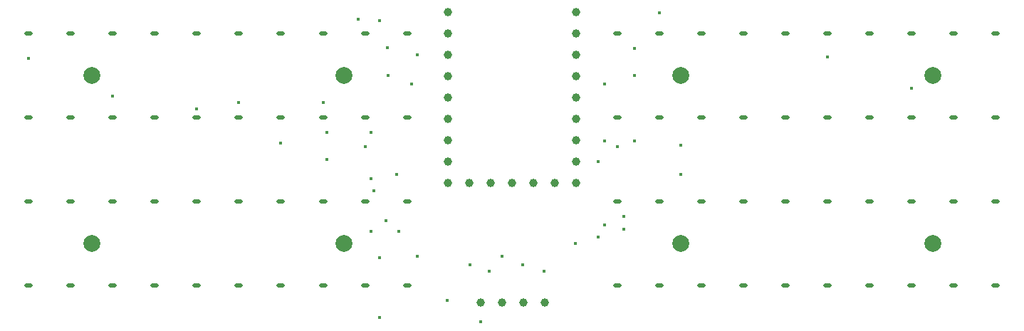
<source format=gbr>
%TF.GenerationSoftware,KiCad,Pcbnew,7.0.8*%
%TF.CreationDate,2023-11-24T20:45:17-06:00*%
%TF.ProjectId,buinchiez40,6275696e-6368-4696-957a-34302e6b6963,rev?*%
%TF.SameCoordinates,Original*%
%TF.FileFunction,Plated,1,2,PTH,Mixed*%
%TF.FilePolarity,Positive*%
%FSLAX46Y46*%
G04 Gerber Fmt 4.6, Leading zero omitted, Abs format (unit mm)*
G04 Created by KiCad (PCBNEW 7.0.8) date 2023-11-24 20:45:17*
%MOMM*%
%LPD*%
G01*
G04 APERTURE LIST*
%TA.AperFunction,ViaDrill*%
%ADD10C,0.400000*%
%TD*%
G04 aperture for slot hole*
%TA.AperFunction,ComponentDrill*%
%ADD11O,1.000000X0.500000*%
%TD*%
%TA.AperFunction,ComponentDrill*%
%ADD12C,1.000000*%
%TD*%
%TA.AperFunction,ComponentDrill*%
%ADD13C,2.000000*%
%TD*%
G04 APERTURE END LIST*
D10*
X87500000Y-63000000D03*
X97500000Y-67474616D03*
X107500000Y-69000000D03*
X112500000Y-68250000D03*
X117500000Y-73000000D03*
X122500000Y-68250000D03*
X123000000Y-71750000D03*
X123000000Y-75000000D03*
X126666616Y-58333310D03*
X127500000Y-73449500D03*
X128250000Y-71750000D03*
X128250000Y-77250000D03*
X128250000Y-83500000D03*
X128525500Y-78699500D03*
X129250000Y-58500000D03*
X129250000Y-86666632D03*
X129250000Y-93750000D03*
X130012299Y-82237701D03*
X130200000Y-61700000D03*
X130209620Y-65000000D03*
X131250000Y-76750000D03*
X131500000Y-83500000D03*
X133000000Y-66000000D03*
X133750000Y-62500000D03*
X133750000Y-86500000D03*
X137250000Y-91750000D03*
X140000000Y-87500000D03*
X141250000Y-94250000D03*
X142250000Y-88250000D03*
X143750000Y-86500000D03*
X146250000Y-87500000D03*
X148750000Y-88250000D03*
X152500000Y-85000000D03*
X155250000Y-75250000D03*
X155250000Y-84250000D03*
X156000000Y-66000000D03*
X156000000Y-72750000D03*
X156000000Y-82750000D03*
X157500000Y-73500000D03*
X158250000Y-81750000D03*
X158250000Y-83250000D03*
X159500000Y-61750000D03*
X159500000Y-65000000D03*
X159500000Y-72750000D03*
X162500000Y-57500000D03*
X165000000Y-73250000D03*
X165000000Y-76750000D03*
X182500000Y-62750000D03*
X192500000Y-66550500D03*
D11*
%TO.C,SW1*%
X87500000Y-60000000D03*
%TO.C,SW11*%
X87500000Y-70000000D03*
%TO.C,SW21*%
X87500000Y-80000000D03*
%TO.C,SW31*%
X87500000Y-90000000D03*
%TO.C,SW1*%
X92500000Y-60000000D03*
%TO.C,SW11*%
X92500000Y-70000000D03*
%TO.C,SW21*%
X92500000Y-80000000D03*
%TO.C,SW31*%
X92500000Y-90000000D03*
%TO.C,SW2*%
X97500000Y-60000000D03*
%TO.C,SW12*%
X97500000Y-70000000D03*
%TO.C,SW22*%
X97500000Y-80000000D03*
%TO.C,SW32*%
X97500000Y-90000000D03*
%TO.C,SW2*%
X102500000Y-60000000D03*
%TO.C,SW12*%
X102500000Y-70000000D03*
%TO.C,SW22*%
X102500000Y-80000000D03*
%TO.C,SW32*%
X102500000Y-90000000D03*
%TO.C,SW3*%
X107500000Y-60000000D03*
%TO.C,SW13*%
X107500000Y-70000000D03*
%TO.C,SW23*%
X107500000Y-80000000D03*
%TO.C,SW33*%
X107500000Y-90000000D03*
%TO.C,SW3*%
X112500000Y-60000000D03*
%TO.C,SW13*%
X112500000Y-70000000D03*
%TO.C,SW23*%
X112500000Y-80000000D03*
%TO.C,SW33*%
X112500000Y-90000000D03*
%TO.C,SW4*%
X117500000Y-60000000D03*
%TO.C,SW14*%
X117500000Y-70000000D03*
%TO.C,SW24*%
X117500000Y-80000000D03*
%TO.C,SW34*%
X117500000Y-90000000D03*
%TO.C,SW4*%
X122500000Y-60000000D03*
%TO.C,SW14*%
X122500000Y-70000000D03*
%TO.C,SW24*%
X122500000Y-80000000D03*
%TO.C,SW34*%
X122500000Y-90000000D03*
%TO.C,SW5*%
X127500000Y-60000000D03*
%TO.C,SW15*%
X127500000Y-70000000D03*
%TO.C,SW25*%
X127500000Y-80000000D03*
%TO.C,SW35*%
X127500000Y-90000000D03*
%TO.C,SW5*%
X132500000Y-60000000D03*
%TO.C,SW15*%
X132500000Y-70000000D03*
%TO.C,SW25*%
X132500000Y-80000000D03*
%TO.C,SW35*%
X132500000Y-90000000D03*
%TO.C,SW6*%
X157500000Y-60000000D03*
%TO.C,SW16*%
X157500000Y-70000000D03*
%TO.C,SW26*%
X157500000Y-80000000D03*
%TO.C,SW36*%
X157500000Y-90000000D03*
%TO.C,SW6*%
X162500000Y-60000000D03*
%TO.C,SW16*%
X162500000Y-70000000D03*
%TO.C,SW26*%
X162500000Y-80000000D03*
%TO.C,SW36*%
X162500000Y-90000000D03*
%TO.C,SW7*%
X167500000Y-60000000D03*
%TO.C,SW17*%
X167500000Y-70000000D03*
%TO.C,SW27*%
X167500000Y-80000000D03*
%TO.C,SW37*%
X167500000Y-90000000D03*
%TO.C,SW7*%
X172500000Y-60000000D03*
%TO.C,SW17*%
X172500000Y-70000000D03*
%TO.C,SW27*%
X172500000Y-80000000D03*
%TO.C,SW37*%
X172500000Y-90000000D03*
%TO.C,SW8*%
X177500000Y-60000000D03*
%TO.C,SW18*%
X177500000Y-70000000D03*
%TO.C,SW28*%
X177500000Y-80000000D03*
%TO.C,SW38*%
X177500000Y-90000000D03*
%TO.C,SW8*%
X182500000Y-60000000D03*
%TO.C,SW18*%
X182500000Y-70000000D03*
%TO.C,SW28*%
X182500000Y-80000000D03*
%TO.C,SW38*%
X182500000Y-90000000D03*
%TO.C,SW9*%
X187500000Y-60000000D03*
%TO.C,SW19*%
X187500000Y-70000000D03*
%TO.C,SW29*%
X187500000Y-80000000D03*
%TO.C,SW39*%
X187500000Y-90000000D03*
%TO.C,SW9*%
X192500000Y-60000000D03*
%TO.C,SW19*%
X192500000Y-70000000D03*
%TO.C,SW29*%
X192500000Y-80000000D03*
%TO.C,SW39*%
X192500000Y-90000000D03*
%TO.C,SW10*%
X197500000Y-60000000D03*
%TO.C,SW20*%
X197500000Y-70000000D03*
%TO.C,SW30*%
X197500000Y-80000000D03*
%TO.C,SW40*%
X197500000Y-90000000D03*
%TO.C,SW10*%
X202500000Y-60000000D03*
%TO.C,SW20*%
X202500000Y-70000000D03*
%TO.C,SW30*%
X202500000Y-80000000D03*
%TO.C,SW40*%
X202500000Y-90000000D03*
D12*
%TO.C,U1*%
X137380000Y-57460000D03*
X137380000Y-60000000D03*
X137380000Y-62540000D03*
X137380000Y-65080000D03*
X137380000Y-67620000D03*
X137380000Y-70160000D03*
X137380000Y-72700000D03*
X137380000Y-75240000D03*
X137380000Y-77780000D03*
X139920000Y-77780000D03*
%TO.C,J1*%
X141210000Y-92000000D03*
%TO.C,U1*%
X142460000Y-77780000D03*
%TO.C,J1*%
X143750000Y-92000000D03*
%TO.C,U1*%
X145000000Y-77780000D03*
%TO.C,J1*%
X146290000Y-92000000D03*
%TO.C,U1*%
X147540000Y-77780000D03*
%TO.C,J1*%
X148830000Y-92000000D03*
%TO.C,U1*%
X150080000Y-77780000D03*
X152620000Y-57460000D03*
X152620000Y-60000000D03*
X152620000Y-62540000D03*
X152620000Y-65080000D03*
X152620000Y-67620000D03*
X152620000Y-70160000D03*
X152620000Y-72700000D03*
X152620000Y-75240000D03*
X152620000Y-77780000D03*
D13*
%TO.C,H1*%
X95000000Y-65000000D03*
%TO.C,H5*%
X95000000Y-85000000D03*
%TO.C,H2*%
X125000000Y-65000000D03*
%TO.C,H6*%
X125000000Y-85000000D03*
%TO.C,H3*%
X165000000Y-65000000D03*
%TO.C,H7*%
X165000000Y-85000000D03*
%TO.C,H4*%
X195000000Y-65000000D03*
%TO.C,H8*%
X195000000Y-85000000D03*
M02*

</source>
